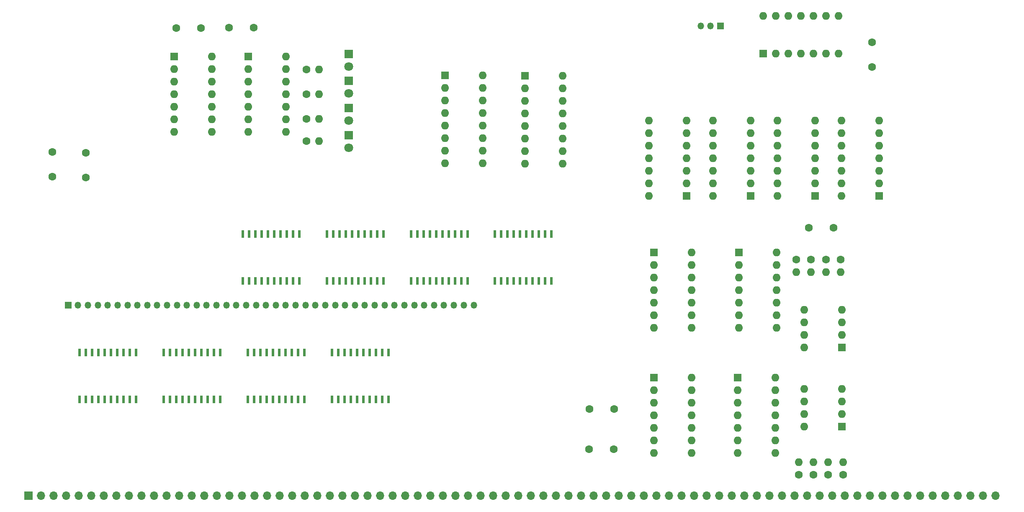
<source format=gts>
%TF.GenerationSoftware,KiCad,Pcbnew,6.0.1-79c1e3a40b~116~ubuntu21.10.1*%
%TF.CreationDate,2022-02-14T17:50:44+01:00*%
%TF.ProjectId,Activation_Module,41637469-7661-4746-996f-6e5f4d6f6475,v0.3*%
%TF.SameCoordinates,Original*%
%TF.FileFunction,Soldermask,Top*%
%TF.FilePolarity,Negative*%
%FSLAX46Y46*%
G04 Gerber Fmt 4.6, Leading zero omitted, Abs format (unit mm)*
G04 Created by KiCad (PCBNEW 6.0.1-79c1e3a40b~116~ubuntu21.10.1) date 2022-02-14 17:50:44*
%MOMM*%
%LPD*%
G01*
G04 APERTURE LIST*
%ADD10R,1.600000X1.600000*%
%ADD11O,1.600000X1.600000*%
%ADD12R,1.800000X1.800000*%
%ADD13C,1.800000*%
%ADD14R,0.600000X1.500000*%
%ADD15C,1.600000*%
%ADD16R,1.700000X1.700000*%
%ADD17O,1.700000X1.700000*%
%ADD18R,1.350000X1.350000*%
%ADD19O,1.350000X1.350000*%
G04 APERTURE END LIST*
D10*
%TO.C,U19*%
X60380000Y-40295000D03*
D11*
X60380000Y-42835000D03*
X60380000Y-45375000D03*
X60380000Y-47915000D03*
X60380000Y-50455000D03*
X60380000Y-52995000D03*
X60380000Y-55535000D03*
X68000000Y-55535000D03*
X68000000Y-52995000D03*
X68000000Y-50455000D03*
X68000000Y-47915000D03*
X68000000Y-45375000D03*
X68000000Y-42835000D03*
X68000000Y-40295000D03*
%TD*%
D10*
%TO.C,U6*%
X163980000Y-68545000D03*
D11*
X163980000Y-66005000D03*
X163980000Y-63465000D03*
X163980000Y-60925000D03*
X163980000Y-58385000D03*
X163980000Y-55845000D03*
X163980000Y-53305000D03*
X156360000Y-53305000D03*
X156360000Y-55845000D03*
X156360000Y-58385000D03*
X156360000Y-60925000D03*
X156360000Y-63465000D03*
X156360000Y-66005000D03*
X156360000Y-68545000D03*
%TD*%
D12*
%TO.C,D3*%
X95720000Y-50745000D03*
D13*
X95720000Y-53285000D03*
%TD*%
D10*
%TO.C,U5*%
X174580000Y-79920000D03*
D11*
X174580000Y-82460000D03*
X174580000Y-85000000D03*
X174580000Y-87540000D03*
X174580000Y-90080000D03*
X174580000Y-92620000D03*
X174580000Y-95160000D03*
X182200000Y-95160000D03*
X182200000Y-92620000D03*
X182200000Y-90080000D03*
X182200000Y-87540000D03*
X182200000Y-85000000D03*
X182200000Y-82460000D03*
X182200000Y-79920000D03*
%TD*%
D14*
%TO.C,U10*%
X91285954Y-85695000D03*
X92555954Y-85695000D03*
X93825954Y-85695000D03*
X95095954Y-85695000D03*
X96365954Y-85695000D03*
X97635954Y-85695000D03*
X98905954Y-85695000D03*
X100175954Y-85695000D03*
X101445954Y-85695000D03*
X102715954Y-85695000D03*
X102715954Y-76195000D03*
X101445954Y-76195000D03*
X100175954Y-76195000D03*
X98905954Y-76195000D03*
X97635954Y-76195000D03*
X96365954Y-76195000D03*
X95095954Y-76195000D03*
X93825954Y-76195000D03*
X92555954Y-76195000D03*
X91285954Y-76195000D03*
%TD*%
D10*
%TO.C,U7*%
X189980000Y-68545000D03*
D11*
X189980000Y-66005000D03*
X189980000Y-63465000D03*
X189980000Y-60925000D03*
X189980000Y-58385000D03*
X189980000Y-55845000D03*
X189980000Y-53305000D03*
X182360000Y-53305000D03*
X182360000Y-55845000D03*
X182360000Y-58385000D03*
X182360000Y-60925000D03*
X182360000Y-63465000D03*
X182360000Y-66005000D03*
X182360000Y-68545000D03*
%TD*%
D15*
%TO.C,R9*%
X192680000Y-124937628D03*
D11*
X192680000Y-122397628D03*
%TD*%
D15*
%TO.C,R10*%
X195680000Y-124937628D03*
D11*
X195680000Y-122397628D03*
%TD*%
D15*
%TO.C,R1*%
X195180000Y-81352628D03*
D11*
X195180000Y-83892628D03*
%TD*%
D10*
%TO.C,U4*%
X157380000Y-79920000D03*
D11*
X157380000Y-82460000D03*
X157380000Y-85000000D03*
X157380000Y-87540000D03*
X157380000Y-90080000D03*
X157380000Y-92620000D03*
X157380000Y-95160000D03*
X165000000Y-95160000D03*
X165000000Y-92620000D03*
X165000000Y-90080000D03*
X165000000Y-87540000D03*
X165000000Y-85000000D03*
X165000000Y-82460000D03*
X165000000Y-79920000D03*
%TD*%
D14*
%TO.C,U8*%
X41285954Y-109695000D03*
X42555954Y-109695000D03*
X43825954Y-109695000D03*
X45095954Y-109695000D03*
X46365954Y-109695000D03*
X47635954Y-109695000D03*
X48905954Y-109695000D03*
X50175954Y-109695000D03*
X51445954Y-109695000D03*
X52715954Y-109695000D03*
X52715954Y-100195000D03*
X51445954Y-100195000D03*
X50175954Y-100195000D03*
X48905954Y-100195000D03*
X47635954Y-100195000D03*
X46365954Y-100195000D03*
X45095954Y-100195000D03*
X43825954Y-100195000D03*
X42555954Y-100195000D03*
X41285954Y-100195000D03*
%TD*%
D15*
%TO.C,C5*%
X149380000Y-111580000D03*
X144380000Y-111580000D03*
%TD*%
D14*
%TO.C,U3*%
X108285954Y-85695000D03*
X109555954Y-85695000D03*
X110825954Y-85695000D03*
X112095954Y-85695000D03*
X113365954Y-85695000D03*
X114635954Y-85695000D03*
X115905954Y-85695000D03*
X117175954Y-85695000D03*
X118445954Y-85695000D03*
X119715954Y-85695000D03*
X119715954Y-76195000D03*
X118445954Y-76195000D03*
X117175954Y-76195000D03*
X115905954Y-76195000D03*
X114635954Y-76195000D03*
X113365954Y-76195000D03*
X112095954Y-76195000D03*
X110825954Y-76195000D03*
X109555954Y-76195000D03*
X108285954Y-76195000D03*
%TD*%
D15*
%TO.C,R3*%
X189180000Y-81352628D03*
D11*
X189180000Y-83892628D03*
%TD*%
D15*
%TO.C,R6*%
X87180000Y-42920000D03*
D11*
X89720000Y-42920000D03*
%TD*%
D16*
%TO.C,J1*%
X30950954Y-129120000D03*
D17*
X33490954Y-129120000D03*
X36030954Y-129120000D03*
X38570954Y-129120000D03*
X41110954Y-129120000D03*
X43650954Y-129120000D03*
X46190954Y-129120000D03*
X48730954Y-129120000D03*
X51270954Y-129120000D03*
X53810954Y-129120000D03*
X56350954Y-129120000D03*
X58890954Y-129120000D03*
X61430954Y-129120000D03*
X63970954Y-129120000D03*
X66510954Y-129120000D03*
X69050954Y-129120000D03*
X71590954Y-129120000D03*
X74130954Y-129120000D03*
X76670954Y-129120000D03*
X79210954Y-129120000D03*
X81750954Y-129120000D03*
X84290954Y-129120000D03*
X86830954Y-129120000D03*
X89370954Y-129120000D03*
X91910954Y-129120000D03*
X94450954Y-129120000D03*
X96990954Y-129120000D03*
X99530954Y-129120000D03*
X102070954Y-129120000D03*
X104610954Y-129120000D03*
X107150954Y-129120000D03*
X109690954Y-129120000D03*
X112230954Y-129120000D03*
X114770954Y-129120000D03*
X117310954Y-129120000D03*
X119850954Y-129120000D03*
X122390954Y-129120000D03*
X124930954Y-129120000D03*
X127470954Y-129120000D03*
X130010954Y-129120000D03*
X132550954Y-129120000D03*
X135090954Y-129120000D03*
X137630954Y-129120000D03*
X140170954Y-129120000D03*
X142710954Y-129120000D03*
X145250954Y-129120000D03*
X147790954Y-129120000D03*
X150330954Y-129120000D03*
X152870954Y-129120000D03*
X155410954Y-129120000D03*
X157950954Y-129120000D03*
X160490954Y-129120000D03*
X163030954Y-129120000D03*
X165570954Y-129120000D03*
X168110954Y-129120000D03*
X170650954Y-129120000D03*
X173190954Y-129120000D03*
X175730954Y-129120000D03*
X178270954Y-129120000D03*
X180810954Y-129120000D03*
X183350954Y-129120000D03*
X185890954Y-129120000D03*
X188430954Y-129120000D03*
X190970954Y-129120000D03*
X193510954Y-129120000D03*
X196050954Y-129120000D03*
X198590954Y-129120000D03*
X201130954Y-129120000D03*
X203670954Y-129120000D03*
X206210954Y-129120000D03*
X208750954Y-129120000D03*
X211290954Y-129120000D03*
X213830954Y-129120000D03*
X216370954Y-129120000D03*
X218910954Y-129120000D03*
X221450954Y-129120000D03*
X223990954Y-129120000D03*
X226530954Y-129120000D03*
%TD*%
D12*
%TO.C,D4*%
X95730000Y-45260000D03*
D13*
X95730000Y-47800000D03*
%TD*%
D14*
%TO.C,U11*%
X125285954Y-85695000D03*
X126555954Y-85695000D03*
X127825954Y-85695000D03*
X129095954Y-85695000D03*
X130365954Y-85695000D03*
X131635954Y-85695000D03*
X132905954Y-85695000D03*
X134175954Y-85695000D03*
X135445954Y-85695000D03*
X136715954Y-85695000D03*
X136715954Y-76195000D03*
X135445954Y-76195000D03*
X134175954Y-76195000D03*
X132905954Y-76195000D03*
X131635954Y-76195000D03*
X130365954Y-76195000D03*
X129095954Y-76195000D03*
X127825954Y-76195000D03*
X126555954Y-76195000D03*
X125285954Y-76195000D03*
%TD*%
%TO.C,U14*%
X58285954Y-109695000D03*
X59555954Y-109695000D03*
X60825954Y-109695000D03*
X62095954Y-109695000D03*
X63365954Y-109695000D03*
X64635954Y-109695000D03*
X65905954Y-109695000D03*
X67175954Y-109695000D03*
X68445954Y-109695000D03*
X69715954Y-109695000D03*
X69715954Y-100195000D03*
X68445954Y-100195000D03*
X67175954Y-100195000D03*
X65905954Y-100195000D03*
X64635954Y-100195000D03*
X63365954Y-100195000D03*
X62095954Y-100195000D03*
X60825954Y-100195000D03*
X59555954Y-100195000D03*
X58285954Y-100195000D03*
%TD*%
D10*
%TO.C,U20*%
X131380000Y-44220000D03*
D11*
X131380000Y-46760000D03*
X131380000Y-49300000D03*
X131380000Y-51840000D03*
X131380000Y-54380000D03*
X131380000Y-56920000D03*
X131380000Y-59460000D03*
X131380000Y-62000000D03*
X139000000Y-62000000D03*
X139000000Y-59460000D03*
X139000000Y-56920000D03*
X139000000Y-54380000D03*
X139000000Y-51840000D03*
X139000000Y-49300000D03*
X139000000Y-46760000D03*
X139000000Y-44220000D03*
%TD*%
D15*
%TO.C,R12*%
X87180000Y-47920000D03*
D11*
X89720000Y-47920000D03*
%TD*%
D14*
%TO.C,U17*%
X92285954Y-109695000D03*
X93555954Y-109695000D03*
X94825954Y-109695000D03*
X96095954Y-109695000D03*
X97365954Y-109695000D03*
X98635954Y-109695000D03*
X99905954Y-109695000D03*
X101175954Y-109695000D03*
X102445954Y-109695000D03*
X103715954Y-109695000D03*
X103715954Y-100195000D03*
X102445954Y-100195000D03*
X101175954Y-100195000D03*
X99905954Y-100195000D03*
X98635954Y-100195000D03*
X97365954Y-100195000D03*
X96095954Y-100195000D03*
X94825954Y-100195000D03*
X93555954Y-100195000D03*
X92285954Y-100195000D03*
%TD*%
D15*
%TO.C,R5*%
X87105000Y-57450000D03*
D11*
X89645000Y-57450000D03*
%TD*%
D18*
%TO.C,U2*%
X38950954Y-90620000D03*
D19*
X40950954Y-90620000D03*
X42950954Y-90620000D03*
X44950954Y-90620000D03*
X46950954Y-90620000D03*
X48950954Y-90620000D03*
X50950954Y-90620000D03*
X52950954Y-90620000D03*
X54950954Y-90620000D03*
X56950954Y-90620000D03*
X58950954Y-90620000D03*
X60950954Y-90620000D03*
X62950954Y-90620000D03*
X64950954Y-90620000D03*
X66950954Y-90620000D03*
X68950954Y-90620000D03*
X70950954Y-90620000D03*
X72950954Y-90620000D03*
X74950954Y-90620000D03*
X76950954Y-90620000D03*
X78950954Y-90620000D03*
X80950954Y-90620000D03*
X82950954Y-90620000D03*
X84950954Y-90620000D03*
X86950954Y-90620000D03*
X88950954Y-90620000D03*
X90950954Y-90620000D03*
X92950954Y-90620000D03*
X94950954Y-90620000D03*
X96950954Y-90620000D03*
X98950954Y-90620000D03*
X100950954Y-90620000D03*
X102950954Y-90620000D03*
X104950954Y-90620000D03*
X106950954Y-90620000D03*
X108950954Y-90620000D03*
X110950954Y-90620000D03*
X112950954Y-90620000D03*
X114950954Y-90620000D03*
X116950954Y-90620000D03*
X119010954Y-90620000D03*
X121010954Y-90620000D03*
%TD*%
D10*
%TO.C,U16*%
X176980000Y-68545000D03*
D11*
X176980000Y-66005000D03*
X176980000Y-63465000D03*
X176980000Y-60925000D03*
X176980000Y-58385000D03*
X176980000Y-55845000D03*
X176980000Y-53305000D03*
X169360000Y-53305000D03*
X169360000Y-55845000D03*
X169360000Y-58385000D03*
X169360000Y-60925000D03*
X169360000Y-63465000D03*
X169360000Y-66005000D03*
X169360000Y-68545000D03*
%TD*%
D10*
%TO.C,U13*%
X174380000Y-105295000D03*
D11*
X174380000Y-107835000D03*
X174380000Y-110375000D03*
X174380000Y-112915000D03*
X174380000Y-115455000D03*
X174380000Y-117995000D03*
X174380000Y-120535000D03*
X182000000Y-120535000D03*
X182000000Y-117995000D03*
X182000000Y-115455000D03*
X182000000Y-112915000D03*
X182000000Y-110375000D03*
X182000000Y-107835000D03*
X182000000Y-105295000D03*
%TD*%
D15*
%TO.C,R2*%
X192180000Y-81352628D03*
D11*
X192180000Y-83892628D03*
%TD*%
D18*
%TO.C,J2*%
X170880000Y-34146000D03*
D19*
X168880000Y-34146000D03*
X166880000Y-34146000D03*
%TD*%
D12*
%TO.C,D1*%
X95710000Y-56200000D03*
D13*
X95710000Y-58740000D03*
%TD*%
D10*
%TO.C,SW2*%
X195447500Y-115197628D03*
D11*
X195447500Y-112657628D03*
X195447500Y-110117628D03*
X195447500Y-107577628D03*
X187827500Y-107577628D03*
X187827500Y-110117628D03*
X187827500Y-112657628D03*
X187827500Y-115197628D03*
%TD*%
D10*
%TO.C,U22*%
X179555000Y-39720000D03*
D11*
X182095000Y-39720000D03*
X184635000Y-39720000D03*
X187175000Y-39720000D03*
X189715000Y-39720000D03*
X192255000Y-39720000D03*
X194795000Y-39720000D03*
X194795000Y-32100000D03*
X192255000Y-32100000D03*
X189715000Y-32100000D03*
X187175000Y-32100000D03*
X184635000Y-32100000D03*
X182095000Y-32100000D03*
X179555000Y-32100000D03*
%TD*%
D10*
%TO.C,U18*%
X75380000Y-40295000D03*
D11*
X75380000Y-42835000D03*
X75380000Y-45375000D03*
X75380000Y-47915000D03*
X75380000Y-50455000D03*
X75380000Y-52995000D03*
X75380000Y-55535000D03*
X83000000Y-55535000D03*
X83000000Y-52995000D03*
X83000000Y-50455000D03*
X83000000Y-47915000D03*
X83000000Y-45375000D03*
X83000000Y-42835000D03*
X83000000Y-40295000D03*
%TD*%
D14*
%TO.C,U1*%
X74285954Y-85695000D03*
X75555954Y-85695000D03*
X76825954Y-85695000D03*
X78095954Y-85695000D03*
X79365954Y-85695000D03*
X80635954Y-85695000D03*
X81905954Y-85695000D03*
X83175954Y-85695000D03*
X84445954Y-85695000D03*
X85715954Y-85695000D03*
X85715954Y-76195000D03*
X84445954Y-76195000D03*
X83175954Y-76195000D03*
X81905954Y-76195000D03*
X80635954Y-76195000D03*
X79365954Y-76195000D03*
X78095954Y-76195000D03*
X76825954Y-76195000D03*
X75555954Y-76195000D03*
X74285954Y-76195000D03*
%TD*%
D15*
%TO.C,R8*%
X189680000Y-124937628D03*
D11*
X189680000Y-122397628D03*
%TD*%
D14*
%TO.C,U9*%
X75285954Y-109695000D03*
X76555954Y-109695000D03*
X77825954Y-109695000D03*
X79095954Y-109695000D03*
X80365954Y-109695000D03*
X81635954Y-109695000D03*
X82905954Y-109695000D03*
X84175954Y-109695000D03*
X85445954Y-109695000D03*
X86715954Y-109695000D03*
X86715954Y-100195000D03*
X85445954Y-100195000D03*
X84175954Y-100195000D03*
X82905954Y-100195000D03*
X81635954Y-100195000D03*
X80365954Y-100195000D03*
X79095954Y-100195000D03*
X77825954Y-100195000D03*
X76555954Y-100195000D03*
X75285954Y-100195000D03*
%TD*%
D15*
%TO.C,C2*%
X144280000Y-119730000D03*
X149280000Y-119730000D03*
%TD*%
%TO.C,C1*%
X76450000Y-34490000D03*
X71450000Y-34490000D03*
%TD*%
D10*
%TO.C,U12*%
X157380000Y-105295000D03*
D11*
X157380000Y-107835000D03*
X157380000Y-110375000D03*
X157380000Y-112915000D03*
X157380000Y-115455000D03*
X157380000Y-117995000D03*
X157380000Y-120535000D03*
X165000000Y-120535000D03*
X165000000Y-117995000D03*
X165000000Y-115455000D03*
X165000000Y-112915000D03*
X165000000Y-110375000D03*
X165000000Y-107835000D03*
X165000000Y-105295000D03*
%TD*%
D15*
%TO.C,C7*%
X35710000Y-64620000D03*
X35710000Y-59620000D03*
%TD*%
%TO.C,C4*%
X201500000Y-42470000D03*
X201500000Y-37470000D03*
%TD*%
%TO.C,C3*%
X42540000Y-59770000D03*
X42540000Y-64770000D03*
%TD*%
D12*
%TO.C,D2*%
X95720000Y-39770000D03*
D13*
X95720000Y-42310000D03*
%TD*%
D10*
%TO.C,SW1*%
X195447500Y-99197628D03*
D11*
X195447500Y-96657628D03*
X195447500Y-94117628D03*
X195447500Y-91577628D03*
X187827500Y-91577628D03*
X187827500Y-94117628D03*
X187827500Y-96657628D03*
X187827500Y-99197628D03*
%TD*%
D15*
%TO.C,C8*%
X60830000Y-34600000D03*
X65830000Y-34600000D03*
%TD*%
D10*
%TO.C,U21*%
X115180000Y-44120000D03*
D11*
X115180000Y-46660000D03*
X115180000Y-49200000D03*
X115180000Y-51740000D03*
X115180000Y-54280000D03*
X115180000Y-56820000D03*
X115180000Y-59360000D03*
X115180000Y-61900000D03*
X122800000Y-61900000D03*
X122800000Y-59360000D03*
X122800000Y-56820000D03*
X122800000Y-54280000D03*
X122800000Y-51740000D03*
X122800000Y-49200000D03*
X122800000Y-46660000D03*
X122800000Y-44120000D03*
%TD*%
D15*
%TO.C,R11*%
X87180000Y-52920000D03*
D11*
X89720000Y-52920000D03*
%TD*%
D15*
%TO.C,R7*%
X186680000Y-124937628D03*
D11*
X186680000Y-122397628D03*
%TD*%
D10*
%TO.C,U15*%
X202980000Y-68545000D03*
D11*
X202980000Y-66005000D03*
X202980000Y-63465000D03*
X202980000Y-60925000D03*
X202980000Y-58385000D03*
X202980000Y-55845000D03*
X202980000Y-53305000D03*
X195360000Y-53305000D03*
X195360000Y-55845000D03*
X195360000Y-58385000D03*
X195360000Y-60925000D03*
X195360000Y-63465000D03*
X195360000Y-66005000D03*
X195360000Y-68545000D03*
%TD*%
D15*
%TO.C,R4*%
X186180000Y-81357628D03*
D11*
X186180000Y-83897628D03*
%TD*%
D15*
%TO.C,C6*%
X193780000Y-74990000D03*
X188780000Y-74990000D03*
%TD*%
M02*

</source>
